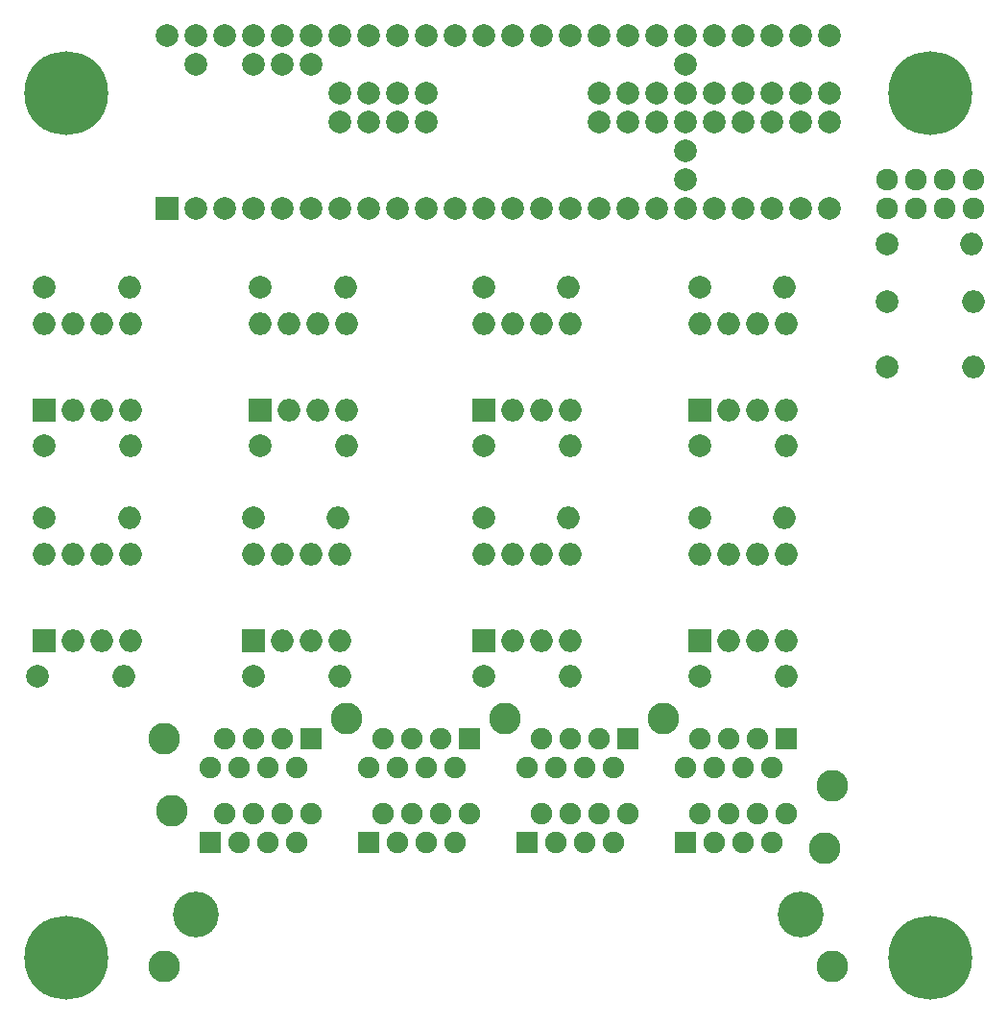
<source format=gts>
G04 #@! TF.FileFunction,Soldermask,Top*
%FSLAX46Y46*%
G04 Gerber Fmt 4.6, Leading zero omitted, Abs format (unit mm)*
G04 Created by KiCad (PCBNEW 4.0.6) date Tue May 23 23:01:22 2017*
%MOMM*%
%LPD*%
G01*
G04 APERTURE LIST*
%ADD10C,0.100000*%
%ADD11C,2.000000*%
%ADD12O,2.000000X2.000000*%
%ADD13R,2.000000X2.000000*%
%ADD14C,1.924000*%
%ADD15C,2.800000*%
%ADD16C,4.050000*%
%ADD17C,1.900000*%
%ADD18R,1.900000X1.900000*%
%ADD19C,7.400000*%
G04 APERTURE END LIST*
D10*
D11*
X62230000Y-107315000D03*
D12*
X69850000Y-107315000D03*
D11*
X42545000Y-107315000D03*
D12*
X50165000Y-107315000D03*
D11*
X23495000Y-107315000D03*
D12*
X31115000Y-107315000D03*
D11*
X81280000Y-127635000D03*
D12*
X88900000Y-127635000D03*
D11*
X62230000Y-127635000D03*
D12*
X69850000Y-127635000D03*
D11*
X41910000Y-127635000D03*
D12*
X49530000Y-127635000D03*
D11*
X22860000Y-127635000D03*
D12*
X30480000Y-127635000D03*
D11*
X81280000Y-107315000D03*
D12*
X88900000Y-107315000D03*
D11*
X97790000Y-100330000D03*
D12*
X105410000Y-100330000D03*
D11*
X97790000Y-94615000D03*
D12*
X105410000Y-94615000D03*
D13*
X81280000Y-104140000D03*
D12*
X88900000Y-96520000D03*
X83820000Y-104140000D03*
X86360000Y-96520000D03*
X86360000Y-104140000D03*
X83820000Y-96520000D03*
X88900000Y-104140000D03*
X81280000Y-96520000D03*
D13*
X62230000Y-104140000D03*
D12*
X69850000Y-96520000D03*
X64770000Y-104140000D03*
X67310000Y-96520000D03*
X67310000Y-104140000D03*
X64770000Y-96520000D03*
X69850000Y-104140000D03*
X62230000Y-96520000D03*
D13*
X42545000Y-104140000D03*
D12*
X50165000Y-96520000D03*
X45085000Y-104140000D03*
X47625000Y-96520000D03*
X47625000Y-104140000D03*
X45085000Y-96520000D03*
X50165000Y-104140000D03*
X42545000Y-96520000D03*
D13*
X23495000Y-104140000D03*
D12*
X31115000Y-96520000D03*
X26035000Y-104140000D03*
X28575000Y-96520000D03*
X28575000Y-104140000D03*
X26035000Y-96520000D03*
X31115000Y-104140000D03*
X23495000Y-96520000D03*
D13*
X81280000Y-124460000D03*
D12*
X88900000Y-116840000D03*
X83820000Y-124460000D03*
X86360000Y-116840000D03*
X86360000Y-124460000D03*
X83820000Y-116840000D03*
X88900000Y-124460000D03*
X81280000Y-116840000D03*
D13*
X62230000Y-124460000D03*
D12*
X69850000Y-116840000D03*
X64770000Y-124460000D03*
X67310000Y-116840000D03*
X67310000Y-124460000D03*
X64770000Y-116840000D03*
X69850000Y-124460000D03*
X62230000Y-116840000D03*
D13*
X41910000Y-124460000D03*
D12*
X49530000Y-116840000D03*
X44450000Y-124460000D03*
X46990000Y-116840000D03*
X46990000Y-124460000D03*
X44450000Y-116840000D03*
X49530000Y-124460000D03*
X41910000Y-116840000D03*
D13*
X23495000Y-124460000D03*
D12*
X31115000Y-116840000D03*
X26035000Y-124460000D03*
X28575000Y-116840000D03*
X28575000Y-124460000D03*
X26035000Y-116840000D03*
X31115000Y-124460000D03*
X23495000Y-116840000D03*
D11*
X74930000Y-86360000D03*
X77470000Y-86360000D03*
X80010000Y-86360000D03*
X82550000Y-86360000D03*
X72390000Y-86360000D03*
X69850000Y-86360000D03*
X67310000Y-86360000D03*
X85090000Y-86360000D03*
X87630000Y-86360000D03*
X90170000Y-86360000D03*
X92710000Y-86360000D03*
X80010000Y-83820000D03*
X80010000Y-81280000D03*
X80010000Y-78740000D03*
X80010000Y-76200000D03*
X80010000Y-73660000D03*
X92710000Y-71120000D03*
X90170000Y-71120000D03*
X87630000Y-71120000D03*
X85090000Y-71120000D03*
X82550000Y-71120000D03*
X80010000Y-71120000D03*
X77470000Y-71120000D03*
X74930000Y-71120000D03*
X64770000Y-86360000D03*
X62230000Y-86360000D03*
X59690000Y-86360000D03*
X57150000Y-86360000D03*
X54610000Y-86360000D03*
X52070000Y-86360000D03*
X49530000Y-86360000D03*
X46990000Y-86360000D03*
X44450000Y-86360000D03*
X41910000Y-86360000D03*
X39370000Y-86360000D03*
X36830000Y-86360000D03*
D13*
X34290000Y-86360000D03*
D11*
X72390000Y-71120000D03*
X69850000Y-71120000D03*
X67310000Y-71120000D03*
X64770000Y-71120000D03*
X62230000Y-71120000D03*
X59690000Y-71120000D03*
X57150000Y-71120000D03*
X54610000Y-71120000D03*
X52070000Y-71120000D03*
X49530000Y-71120000D03*
X46990000Y-71120000D03*
X44450000Y-71120000D03*
X41910000Y-71120000D03*
X39370000Y-71120000D03*
X36830000Y-71120000D03*
X34290000Y-71120000D03*
X36830000Y-73660000D03*
X41910000Y-73660000D03*
X44450000Y-73660000D03*
X46990000Y-73660000D03*
X49530000Y-78740000D03*
X52070000Y-78740000D03*
X54610000Y-78740000D03*
X57150000Y-78740000D03*
X72390000Y-78740000D03*
X74930000Y-78740000D03*
X77470000Y-78740000D03*
X82550000Y-78740000D03*
X85090000Y-78740000D03*
X87630000Y-78740000D03*
X90170000Y-78740000D03*
X92710000Y-78740000D03*
X92710000Y-76200000D03*
X90170000Y-76200000D03*
X87630000Y-76200000D03*
X85090000Y-76200000D03*
X82550000Y-76200000D03*
X77470000Y-76200000D03*
X74930000Y-76200000D03*
X72390000Y-76200000D03*
X57150000Y-76200000D03*
X54610000Y-76200000D03*
X52070000Y-76200000D03*
X49530000Y-76200000D03*
D14*
X105410000Y-86360000D03*
X105410000Y-83820000D03*
X102870000Y-86360000D03*
X102870000Y-83820000D03*
X100330000Y-86360000D03*
X100330000Y-83820000D03*
X97790000Y-86360000D03*
X97790000Y-83820000D03*
D11*
X81280000Y-93345000D03*
D12*
X88780000Y-93345000D03*
D11*
X62230000Y-93345000D03*
D12*
X69730000Y-93345000D03*
D11*
X42545000Y-93345000D03*
D12*
X50045000Y-93345000D03*
D11*
X23495000Y-93345000D03*
D12*
X30995000Y-93345000D03*
D11*
X81280000Y-113665000D03*
D12*
X88780000Y-113665000D03*
D11*
X62230000Y-113665000D03*
D12*
X69730000Y-113665000D03*
D11*
X41910000Y-113665000D03*
D12*
X49410000Y-113665000D03*
D11*
X23495000Y-113665000D03*
D12*
X30995000Y-113665000D03*
D11*
X97790000Y-89535000D03*
D12*
X105290000Y-89535000D03*
D15*
X92964000Y-137210800D03*
X92303600Y-142722600D03*
X92964000Y-153162000D03*
D16*
X90170000Y-148590000D03*
D15*
X34036000Y-133121400D03*
X34696400Y-139446000D03*
X34036000Y-153162000D03*
X78105000Y-131318000D03*
X64135000Y-131318000D03*
D17*
X80010000Y-135661400D03*
X81280000Y-133121400D03*
X82550000Y-135661400D03*
X83820000Y-133121400D03*
X85090000Y-135661400D03*
X86360000Y-133121400D03*
X87630000Y-135661400D03*
D18*
X88900000Y-133121400D03*
X74930000Y-133121400D03*
D17*
X73660000Y-135661400D03*
X72390000Y-133121400D03*
X71120000Y-135661400D03*
X69850000Y-133121400D03*
X68580000Y-135661400D03*
X67310000Y-133121400D03*
X66040000Y-135661400D03*
X38100000Y-135661400D03*
X39370000Y-133121400D03*
X40640000Y-135661400D03*
X41910000Y-133121400D03*
X43180000Y-135661400D03*
X44450000Y-133121400D03*
X45720000Y-135661400D03*
D18*
X46990000Y-133121400D03*
X60960000Y-133121400D03*
D17*
X59690000Y-135661400D03*
X58420000Y-133121400D03*
X57150000Y-135661400D03*
X55880000Y-133121400D03*
X54610000Y-135661400D03*
X53340000Y-133121400D03*
X52070000Y-135661400D03*
X74930000Y-139700000D03*
X73660000Y-142240000D03*
X72390000Y-139700000D03*
X71120000Y-142240000D03*
X69850000Y-139700000D03*
X68580000Y-142240000D03*
X67310000Y-139700000D03*
D18*
X66040000Y-142240000D03*
X80010000Y-142240000D03*
D17*
X81280000Y-139700000D03*
X82550000Y-142240000D03*
X83820000Y-139700000D03*
X85090000Y-142240000D03*
X86360000Y-139700000D03*
X87630000Y-142240000D03*
X88900000Y-139700000D03*
X60960000Y-139700000D03*
X59690000Y-142240000D03*
X58420000Y-139700000D03*
X57150000Y-142240000D03*
X55880000Y-139700000D03*
X54610000Y-142240000D03*
X53340000Y-139700000D03*
D18*
X52070000Y-142240000D03*
D16*
X36830000Y-148590000D03*
D18*
X38100000Y-142240000D03*
D17*
X39370000Y-139700000D03*
X40640000Y-142240000D03*
X41910000Y-139700000D03*
X43180000Y-142240000D03*
X44450000Y-139700000D03*
X45720000Y-142240000D03*
X46990000Y-139700000D03*
D15*
X50165000Y-131318000D03*
D19*
X25400000Y-76200000D03*
X101600000Y-76200000D03*
X101600000Y-152400000D03*
X25400000Y-152400000D03*
M02*

</source>
